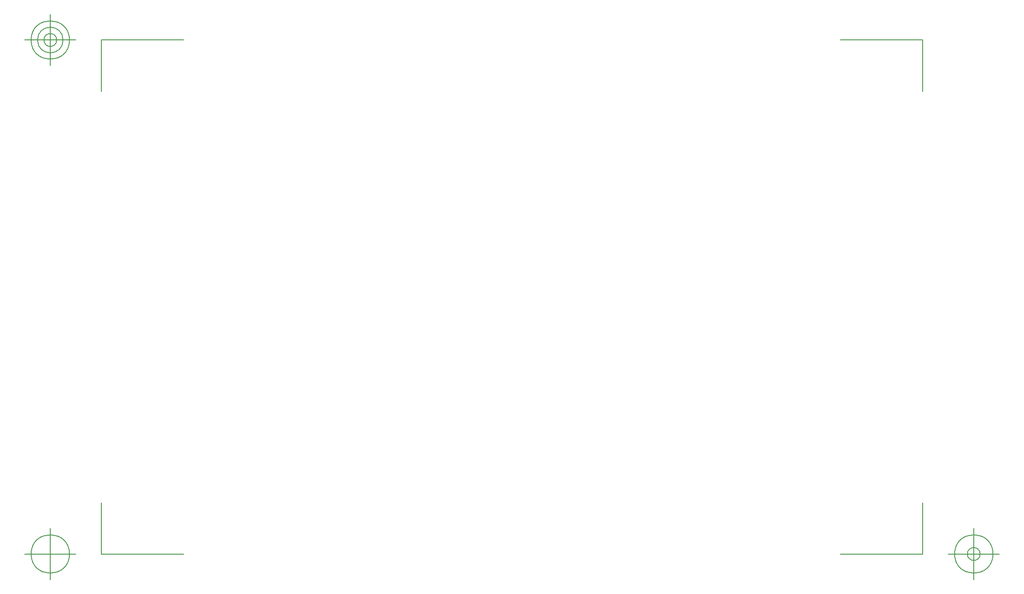
<source format=gbr>
G04 Generated by Ultiboard 14.2 *
%FSLAX33Y33*%
%MOMM*%

%ADD10C,0.001*%
%ADD11C,0.127*%


G04 ColorRGB FF14FF for the following layer *
%LNSilkscreen Bottom*%
%LPD*%
G54D10*
G54D11*
X-254Y-254D02*
X-254Y9797D01*
X-254Y-254D02*
X15797Y-254D01*
X160254Y-254D02*
X144203Y-254D01*
X160254Y-254D02*
X160254Y9797D01*
X160254Y100254D02*
X160254Y90203D01*
X160254Y100254D02*
X144203Y100254D01*
X-254Y100254D02*
X15797Y100254D01*
X-254Y100254D02*
X-254Y90203D01*
X-5254Y-254D02*
X-15254Y-254D01*
X-10254Y-5254D02*
X-10254Y4746D01*
X-14004Y-254D02*
G75*
D01*
G02X-14004Y-254I3750J0*
G01*
X165254Y-254D02*
X175254Y-254D01*
X170254Y-5254D02*
X170254Y4746D01*
X166504Y-254D02*
G75*
D01*
G02X166504Y-254I3750J0*
G01*
X169004Y-254D02*
G75*
D01*
G02X169004Y-254I1250J0*
G01*
X-5254Y100254D02*
X-15254Y100254D01*
X-10254Y95254D02*
X-10254Y105254D01*
X-14004Y100254D02*
G75*
D01*
G02X-14004Y100254I3750J0*
G01*
X-12754Y100254D02*
G75*
D01*
G02X-12754Y100254I2500J0*
G01*
X-11504Y100254D02*
G75*
D01*
G02X-11504Y100254I1250J0*
G01*

M02*

</source>
